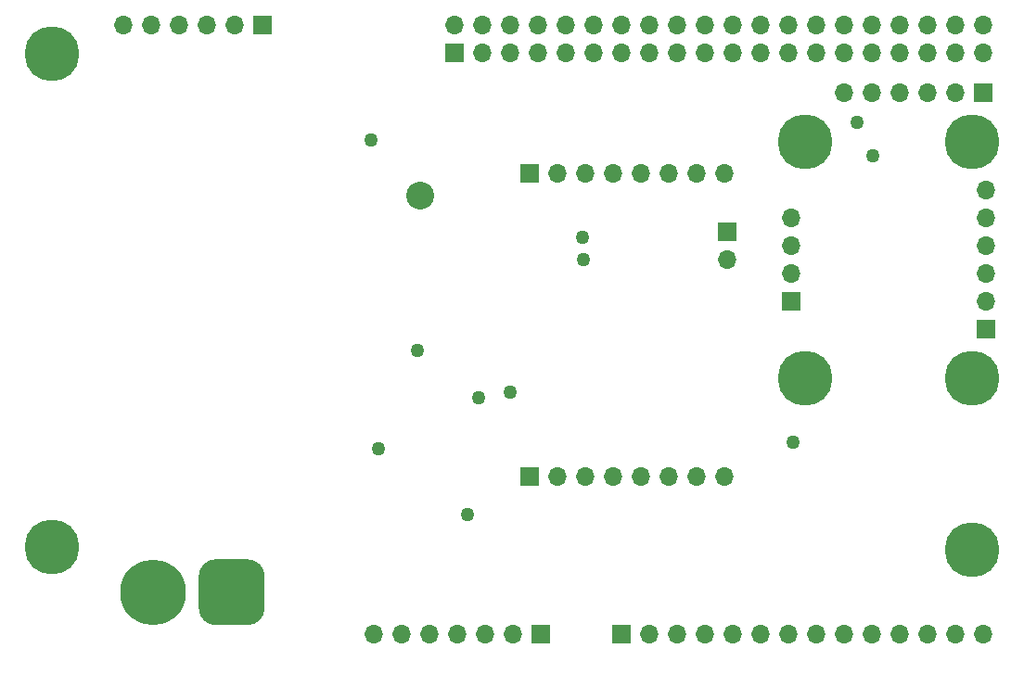
<source format=gbr>
%TF.GenerationSoftware,KiCad,Pcbnew,(5.1.9)-1*%
%TF.CreationDate,2021-02-26T10:07:18-07:00*%
%TF.ProjectId,CapstoneBoard,43617073-746f-46e6-9542-6f6172642e6b,3*%
%TF.SameCoordinates,PX4c4b400PY6bc3e40*%
%TF.FileFunction,Soldermask,Bot*%
%TF.FilePolarity,Negative*%
%FSLAX46Y46*%
G04 Gerber Fmt 4.6, Leading zero omitted, Abs format (unit mm)*
G04 Created by KiCad (PCBNEW (5.1.9)-1) date 2021-02-26 10:07:18*
%MOMM*%
%LPD*%
G01*
G04 APERTURE LIST*
%ADD10R,1.700000X1.700000*%
%ADD11O,1.700000X1.700000*%
%ADD12C,5.000000*%
%ADD13C,6.000000*%
%ADD14C,1.270000*%
%ADD15C,2.540000*%
G04 APERTURE END LIST*
D10*
%TO.C,J3*%
X72490000Y32395000D03*
D11*
X72490000Y34935000D03*
X72490000Y37475000D03*
X72490000Y40015000D03*
%TD*%
D10*
%TO.C,J2*%
X90270000Y29855000D03*
D11*
X90270000Y32395000D03*
X90270000Y34935000D03*
X90270000Y37475000D03*
X90270000Y40015000D03*
X90270000Y42555000D03*
%TD*%
%TO.C,J11*%
X77343000Y51435000D03*
X79883000Y51435000D03*
X82423000Y51435000D03*
X84963000Y51435000D03*
X87503000Y51435000D03*
D10*
X90043000Y51435000D03*
%TD*%
D11*
%TO.C,J12*%
X66675000Y36258500D03*
D10*
X66675000Y38798500D03*
%TD*%
%TO.C,J5*%
X48577500Y16446500D03*
D11*
X51117500Y16446500D03*
X53657500Y16446500D03*
X56197500Y16446500D03*
X58737500Y16446500D03*
X61277500Y16446500D03*
X63817500Y16446500D03*
X66357500Y16446500D03*
%TD*%
%TO.C,J8*%
X66357500Y44069000D03*
X63817500Y44069000D03*
X61277500Y44069000D03*
X58737500Y44069000D03*
X56197500Y44069000D03*
X53657500Y44069000D03*
X51117500Y44069000D03*
D10*
X48577500Y44069000D03*
%TD*%
D11*
%TO.C,J4*%
X90043000Y2002000D03*
X87503000Y2002000D03*
X84963000Y2002000D03*
X82423000Y2002000D03*
X79883000Y2002000D03*
X77343000Y2002000D03*
X74803000Y2002000D03*
X72263000Y2002000D03*
X69723000Y2002000D03*
X67183000Y2002000D03*
X64643000Y2002000D03*
X62103000Y2002000D03*
X59563000Y2002000D03*
D10*
X57023000Y2002000D03*
%TD*%
D12*
%TO.C,H7*%
X89000000Y9715500D03*
%TD*%
%TO.C,H6*%
X5000000Y55000000D03*
%TD*%
D13*
%TO.C,J1*%
X14224000Y5842000D03*
G36*
G01*
X24424000Y7342000D02*
X24424000Y4342000D01*
G75*
G02*
X22924000Y2842000I-1500000J0D01*
G01*
X19924000Y2842000D01*
G75*
G02*
X18424000Y4342000I0J1500000D01*
G01*
X18424000Y7342000D01*
G75*
G02*
X19924000Y8842000I1500000J0D01*
G01*
X22924000Y8842000D01*
G75*
G02*
X24424000Y7342000I0J-1500000D01*
G01*
G37*
%TD*%
D11*
%TO.C,J6*%
X34417000Y2032000D03*
X36957000Y2032000D03*
X39497000Y2032000D03*
X42037000Y2032000D03*
X44577000Y2032000D03*
X47117000Y2032000D03*
D10*
X49657000Y2032000D03*
%TD*%
%TO.C,J7*%
X24267000Y57628000D03*
D11*
X21727000Y57628000D03*
X19187000Y57628000D03*
X16647000Y57628000D03*
X14107000Y57628000D03*
X11567000Y57628000D03*
%TD*%
D12*
%TO.C,H1*%
X89000000Y47000000D03*
%TD*%
%TO.C,H2*%
X73760000Y25410000D03*
%TD*%
%TO.C,H3*%
X89000000Y25410000D03*
%TD*%
%TO.C,H4*%
X73760000Y47000000D03*
%TD*%
%TO.C,H5*%
X5000000Y10000000D03*
%TD*%
D10*
%TO.C,J9*%
X41793000Y55118000D03*
D11*
X41793000Y57658000D03*
X44333000Y55118000D03*
X44333000Y57658000D03*
X46873000Y55118000D03*
X46873000Y57658000D03*
X49413000Y55118000D03*
X49413000Y57658000D03*
X51953000Y55118000D03*
X51953000Y57658000D03*
X54493000Y55118000D03*
X54493000Y57658000D03*
X57033000Y55118000D03*
X57033000Y57658000D03*
X59573000Y55118000D03*
X59573000Y57658000D03*
X62113000Y55118000D03*
X62113000Y57658000D03*
X64653000Y55118000D03*
X64653000Y57658000D03*
X67193000Y55118000D03*
X67193000Y57658000D03*
X69733000Y55118000D03*
X69733000Y57658000D03*
X72273000Y55118000D03*
X72273000Y57658000D03*
X74813000Y55118000D03*
X74813000Y57658000D03*
X77353000Y55118000D03*
X77353000Y57658000D03*
X79893000Y55118000D03*
X79893000Y57658000D03*
X82433000Y55118000D03*
X82433000Y57658000D03*
X84973000Y55118000D03*
X84973000Y57658000D03*
X87513000Y55118000D03*
X87513000Y57658000D03*
X90053000Y55118000D03*
X90053000Y57658000D03*
%TD*%
D14*
X38354000Y27940000D03*
D15*
X38608000Y42036996D03*
D14*
X42926000Y12954000D03*
X72644000Y19558000D03*
X34798000Y18923000D03*
X34163000Y47117000D03*
X43942000Y23622000D03*
X53530499Y36258501D03*
X46862995Y24129995D03*
X53403500Y38227000D03*
X79946500Y45720002D03*
X78511400Y48742600D03*
M02*

</source>
